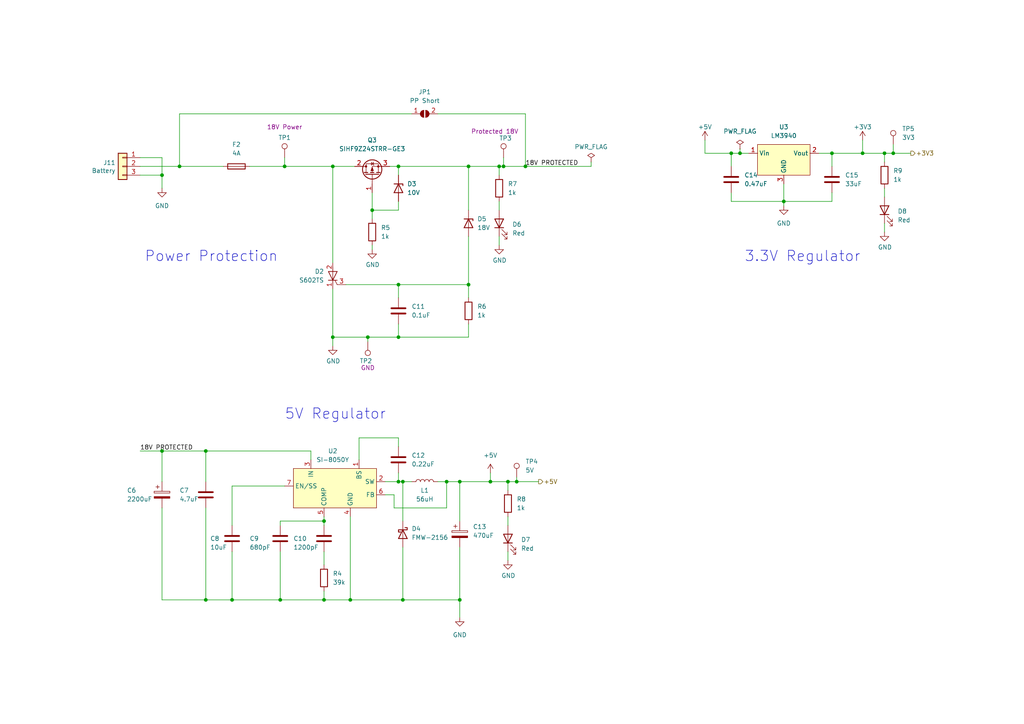
<source format=kicad_sch>
(kicad_sch (version 20211123) (generator eeschema)
  (paper "A4")
  (lib_symbols
    (symbol "Backpack_buddy_libraries:LM3940"
      (property "Reference" "U" (at 0 2.54 0))
      (property "Value" "LM3940" (at 0 0 0))
      (symbol "LM3940_0_1"
        (rectangle (start -7.62 -1.27) (end 7.62 -10.16) (fill (type background)))
      )
      (symbol "LM3940_1_1"
        (pin power_in line (at -10.16 -3.81 0) (length 2.54) (name "Vin") (number "1"))
        (pin power_out line (at 10.16 -3.81 180) (length 2.54) (name "Vout") (number "2"))
        (pin power_in line (at 0 -12.7 90) (length 2.54) (name "GND") (number "3"))
      )
    )
    (symbol "Backpack_buddy_libraries:SI-8050Y"
      (property "Reference" "U" (at 0 2.54 0))
      (property "Value" "SI-8050Y" (at 0 0 0))
      (symbol "SI-8050Y_0_1"
        (rectangle (start -11.43 -3.81) (end 12.7 -15.24) (fill (type background)))
      )
      (symbol "SI-8050Y_1_1"
        (pin output line (at 7.62 -1.27 270) (length 2.54) (name "BS") (number "1"))
        (pin power_out line (at 15.24 -7.62 180) (length 2.54) (name "SW") (number "2"))
        (pin power_in line (at -6.35 -1.27 270) (length 2.54) (name "IN") (number "3"))
        (pin power_in line (at 5.08 -17.78 90) (length 2.54) (name "GND") (number "4"))
        (pin output line (at -2.54 -17.78 90) (length 2.54) (name "COMP") (number "5"))
        (pin passive line (at 15.24 -11.43 180) (length 2.54) (name "FB") (number "6"))
        (pin passive line (at -13.97 -8.89 0) (length 2.54) (name "EN/SS") (number "7"))
      )
    )
    (symbol "Connector:TestPoint" (pin_numbers hide) (pin_names (offset 0.762) hide)
      (property "Reference" "TP" (at 0 6.858 0))
      (property "Value" "TestPoint" (at 0 5.08 0))
      (symbol "TestPoint_0_1"
        (circle (center 0 3.302) (radius 0.762))
      )
      (symbol "TestPoint_1_1"
        (pin passive line (at 0 0 90) (length 2.54) (name "1") (number "1"))
      )
    )
    (symbol "Connector_Generic:Conn_01x03" (pin_names (offset 1.016) hide)
      (property "Reference" "J" (at 0 5.08 0))
      (property "Value" "Conn_01x03" (at 0 -5.08 0))
      (symbol "Conn_01x03_1_1"
        (rectangle (start -1.27 -2.413) (end 0 -2.667) (stroke (width 0.1524)))
        (rectangle (start -1.27 0.127) (end 0 -0.127) (stroke (width 0.1524)))
        (rectangle (start -1.27 2.667) (end 0 2.413) (stroke (width 0.1524)))
        (rectangle (start -1.27 3.81) (end 1.27 -3.81) (stroke (width 0.254)) (fill (type background)))
        (pin passive line (at -5.08 2.54 0) (length 3.81) (name "Pin_1") (number "1"))
        (pin passive line (at -5.08 0 0) (length 3.81) (name "Pin_2") (number "2"))
        (pin passive line (at -5.08 -2.54 0) (length 3.81) (name "Pin_3") (number "3"))
      )
    )
    (symbol "Device:C" (pin_numbers hide) (pin_names (offset 0.254))
      (property "Reference" "C" (at 0.635 2.54 0))
      (property "Value" "C" (at 0.635 -2.54 0))
      (symbol "C_0_1"
        (polyline (pts (xy -2.032 -0.762) (xy 2.032 -0.762)) (stroke (width 0.508)))
        (polyline (pts (xy -2.032 0.762) (xy 2.032 0.762)) (stroke (width 0.508)))
      )
      (symbol "C_1_1"
        (pin passive line (at 0 3.81 270) (length 2.794) (name "~") (number "1"))
        (pin passive line (at 0 -3.81 90) (length 2.794) (name "~") (number "2"))
      )
    )
    (symbol "Device:C_Polarized" (pin_numbers hide) (pin_names (offset 0.254))
      (property "Reference" "C" (at 0.635 2.54 0))
      (property "Value" "C_Polarized" (at 0.635 -2.54 0))
      (symbol "C_Polarized_0_1"
        (rectangle (start -2.286 0.508) (end 2.286 1.016))
        (polyline (pts (xy -1.778 2.286) (xy -0.762 2.286)))
        (polyline (pts (xy -1.27 2.794) (xy -1.27 1.778)))
        (rectangle (start 2.286 -0.508) (end -2.286 -1.016) (fill (type outline)))
      )
      (symbol "C_Polarized_1_1"
        (pin passive line (at 0 3.81 270) (length 2.794) (name "~") (number "1"))
        (pin passive line (at 0 -3.81 90) (length 2.794) (name "~") (number "2"))
      )
    )
    (symbol "Device:D_Schottky" (pin_numbers hide) (pin_names (offset 1.016) hide)
      (property "Reference" "D" (at 0 2.54 0))
      (property "Value" "D_Schottky" (at 0 -2.54 0))
      (symbol "D_Schottky_0_1"
        (polyline (pts (xy 1.27 0) (xy -1.27 0)))
        (polyline (pts (xy 1.27 1.27) (xy 1.27 -1.27) (xy -1.27 0) (xy 1.27 1.27)) (stroke (width 0.254)))
        (polyline (pts (xy -1.905 0.635) (xy -1.905 1.27) (xy -1.27 1.27) (xy -1.27 -1.27) (xy -0.635 -1.27) (xy -0.635 -0.635)) (stroke (width 0.254)))
      )
      (symbol "D_Schottky_1_1"
        (pin passive line (at -3.81 0 0) (length 2.54) (name "K") (number "1"))
        (pin passive line (at 3.81 0 180) (length 2.54) (name "A") (number "2"))
      )
    )
    (symbol "Device:D_Zener" (pin_numbers hide) (pin_names (offset 1.016) hide)
      (property "Reference" "D" (at 0 2.54 0))
      (property "Value" "D_Zener" (at 0 -2.54 0))
      (symbol "D_Zener_0_1"
        (polyline (pts (xy 1.27 0) (xy -1.27 0)))
        (polyline (pts (xy -1.27 -1.27) (xy -1.27 1.27) (xy -0.762 1.27)) (stroke (width 0.254)))
        (polyline (pts (xy 1.27 -1.27) (xy 1.27 1.27) (xy -1.27 0) (xy 1.27 -1.27)) (stroke (width 0.254)))
      )
      (symbol "D_Zener_1_1"
        (pin passive line (at -3.81 0 0) (length 2.54) (name "K") (number "1"))
        (pin passive line (at 3.81 0 180) (length 2.54) (name "A") (number "2"))
      )
    )
    (symbol "Device:Fuse" (pin_numbers hide) (pin_names (offset 0))
      (property "Reference" "F" (at 2.032 0 90))
      (property "Value" "Fuse" (at -1.905 0 90))
      (symbol "Fuse_0_1"
        (rectangle (start -0.762 -2.54) (end 0.762 2.54) (stroke (width 0.254)))
        (polyline (pts (xy 0 2.54) (xy 0 -2.54)))
      )
      (symbol "Fuse_1_1"
        (pin passive line (at 0 3.81 270) (length 1.27) (name "~") (number "1"))
        (pin passive line (at 0 -3.81 90) (length 1.27) (name "~") (number "2"))
      )
    )
    (symbol "Device:L" (pin_numbers hide) (pin_names (offset 1.016) hide)
      (property "Reference" "L" (at -1.27 0 90))
      (property "Value" "L" (at 1.905 0 90))
      (symbol "L_0_1"
        (arc (start 0 -2.54) (mid 0.635 -1.905) (end 0 -1.27))
        (arc (start 0 -1.27) (mid 0.635 -0.635) (end 0 0))
        (arc (start 0 0) (mid 0.635 0.635) (end 0 1.27))
        (arc (start 0 1.27) (mid 0.635 1.905) (end 0 2.54))
      )
      (symbol "L_1_1"
        (pin passive line (at 0 3.81 270) (length 1.27) (name "1") (number "1"))
        (pin passive line (at 0 -3.81 90) (length 1.27) (name "2") (number "2"))
      )
    )
    (symbol "Device:LED" (pin_numbers hide) (pin_names (offset 1.016) hide)
      (property "Reference" "D" (at 0 2.54 0))
      (property "Value" "LED" (at 0 -2.54 0))
      (symbol "LED_0_1"
        (polyline (pts (xy -1.27 -1.27) (xy -1.27 1.27)) (stroke (width 0.254)))
        (polyline (pts (xy -1.27 0) (xy 1.27 0)))
        (polyline (pts (xy 1.27 -1.27) (xy 1.27 1.27) (xy -1.27 0) (xy 1.27 -1.27)) (stroke (width 0.254)))
        (polyline (pts (xy -3.048 -0.762) (xy -4.572 -2.286) (xy -3.81 -2.286) (xy -4.572 -2.286) (xy -4.572 -1.524)))
        (polyline (pts (xy -1.778 -0.762) (xy -3.302 -2.286) (xy -2.54 -2.286) (xy -3.302 -2.286) (xy -3.302 -1.524)))
      )
      (symbol "LED_1_1"
        (pin passive line (at -3.81 0 0) (length 2.54) (name "K") (number "1"))
        (pin passive line (at 3.81 0 180) (length 2.54) (name "A") (number "2"))
      )
    )
    (symbol "Device:Q_PMOS_GDS" (pin_names (offset 0) hide)
      (property "Reference" "Q" (at 5.08 1.27 0))
      (property "Value" "Q_PMOS_GDS" (at 5.08 -1.27 0))
      (symbol "Q_PMOS_GDS_0_1"
        (polyline (pts (xy 0.254 0) (xy -2.54 0)))
        (polyline (pts (xy 0.254 1.905) (xy 0.254 -1.905)) (stroke (width 0.254)))
        (polyline (pts (xy 0.762 -1.27) (xy 0.762 -2.286)) (stroke (width 0.254)))
        (polyline (pts (xy 0.762 0.508) (xy 0.762 -0.508)) (stroke (width 0.254)))
        (polyline (pts (xy 0.762 2.286) (xy 0.762 1.27)) (stroke (width 0.254)))
        (polyline (pts (xy 2.54 2.54) (xy 2.54 1.778)))
        (polyline (pts (xy 2.54 -2.54) (xy 2.54 0) (xy 0.762 0)))
        (polyline (pts (xy 0.762 1.778) (xy 3.302 1.778) (xy 3.302 -1.778) (xy 0.762 -1.778)))
        (polyline (pts (xy 2.286 0) (xy 1.27 0.381) (xy 1.27 -0.381) (xy 2.286 0)) (fill (type outline)))
        (polyline (pts (xy 2.794 -0.508) (xy 2.921 -0.381) (xy 3.683 -0.381) (xy 3.81 -0.254)))
        (polyline (pts (xy 3.302 -0.381) (xy 2.921 0.254) (xy 3.683 0.254) (xy 3.302 -0.381)))
        (circle (center 1.651 0) (radius 2.794) (stroke (width 0.254)))
        (circle (center 2.54 -1.778) (radius 0.254) (fill (type outline)))
        (circle (center 2.54 1.778) (radius 0.254) (fill (type outline)))
      )
      (symbol "Q_PMOS_GDS_1_1"
        (pin input line (at -5.08 0 0) (length 2.54) (name "G") (number "1"))
        (pin passive line (at 2.54 5.08 270) (length 2.54) (name "D") (number "2"))
        (pin passive line (at 2.54 -5.08 90) (length 2.54) (name "S") (number "3"))
      )
    )
    (symbol "Device:Q_SCR_KAG" (pin_names (offset 0) hide)
      (property "Reference" "D" (at 1.905 0.635 0))
      (property "Value" "Q_SCR_KAG" (at 1.905 -1.27 0))
      (symbol "Q_SCR_KAG_0_1"
        (polyline (pts (xy -1.27 -2.54) (xy -0.635 -1.27)))
        (polyline (pts (xy -1.27 -1.27) (xy 1.27 -1.27)) (stroke (width 0.2032)))
        (polyline (pts (xy 0 -2.54) (xy 0 2.54)))
        (polyline (pts (xy -1.27 1.27) (xy 1.27 1.27) (xy 0 -1.27) (xy -1.27 1.27)) (stroke (width 0.2032)))
      )
      (symbol "Q_SCR_KAG_1_1"
        (pin passive line (at 0 -3.81 90) (length 2.54) (name "K") (number "1"))
        (pin passive line (at 0 3.81 270) (length 2.54) (name "A") (number "2"))
        (pin input line (at -3.81 -2.54 0) (length 2.54) (name "G") (number "3"))
      )
    )
    (symbol "Device:R" (pin_numbers hide) (pin_names (offset 0))
      (property "Reference" "R" (at 2.032 0 90))
      (property "Value" "R" (at 0 0 90))
      (symbol "R_0_1"
        (rectangle (start -1.016 -2.54) (end 1.016 2.54) (stroke (width 0.254)))
      )
      (symbol "R_1_1"
        (pin passive line (at 0 3.81 270) (length 1.27) (name "~") (number "1"))
        (pin passive line (at 0 -3.81 90) (length 1.27) (name "~") (number "2"))
      )
    )
    (symbol "Jumper:SolderJumper_2_Open" (pin_names (offset 0) hide)
      (property "Reference" "JP" (at 0 2.032 0))
      (property "Value" "SolderJumper_2_Open" (at 0 -2.54 0))
      (symbol "SolderJumper_2_Open_0_1"
        (arc (start -0.254 1.016) (mid -1.27 0) (end -0.254 -1.016))
        (arc (start -0.254 1.016) (mid -1.27 0) (end -0.254 -1.016) (fill (type outline)))
        (polyline (pts (xy -0.254 1.016) (xy -0.254 -1.016)))
        (polyline (pts (xy 0.254 1.016) (xy 0.254 -1.016)))
        (arc (start 0.254 -1.016) (mid 1.27 0) (end 0.254 1.016))
        (arc (start 0.254 -1.016) (mid 1.27 0) (end 0.254 1.016) (fill (type outline)))
      )
      (symbol "SolderJumper_2_Open_1_1"
        (pin passive line (at -3.81 0 0) (length 2.54) (name "A") (number "1"))
        (pin passive line (at 3.81 0 180) (length 2.54) (name "B") (number "2"))
      )
    )
    (symbol "power:+3V3" (power) (pin_names (offset 0))
      (property "Value" "+3V3" (at 0 3.556 0))
      (symbol "+3V3_0_1"
        (polyline (pts (xy -0.762 1.27) (xy 0 2.54)))
        (polyline (pts (xy 0 0) (xy 0 2.54)))
        (polyline (pts (xy 0 2.54) (xy 0.762 1.27)))
      )
      (symbol "+3V3_1_1"
        (pin power_in line (at 0 0 90) (length 0) hide (name "+3V3") (number "1"))
      )
    )
    (symbol "power:+5V" (power) (pin_names (offset 0))
      (property "Value" "+5V" (at 0 3.556 0))
      (symbol "+5V_0_1"
        (polyline (pts (xy -0.762 1.27) (xy 0 2.54)))
        (polyline (pts (xy 0 0) (xy 0 2.54)))
        (polyline (pts (xy 0 2.54) (xy 0.762 1.27)))
      )
      (symbol "+5V_1_1"
        (pin power_in line (at 0 0 90) (length 0) hide (name "+5V") (number "1"))
      )
    )
    (symbol "power:GND" (power) (pin_names (offset 0))
      (property "Value" "GND" (at 0 -3.81 0))
      (symbol "GND_0_1"
        (polyline (pts (xy 0 0) (xy 0 -1.27) (xy 1.27 -1.27) (xy 0 -2.54) (xy -1.27 -1.27) (xy 0 -1.27)))
      )
      (symbol "GND_1_1"
        (pin power_in line (at 0 0 270) (length 0) hide (name "GND") (number "1"))
      )
    )
    (symbol "power:PWR_FLAG" (power) (pin_numbers hide) (pin_names (offset 0) hide)
      (property "Value" "PWR_FLAG" (at 0 3.81 0))
      (symbol "PWR_FLAG_0_0"
        (pin power_out line (at 0 0 90) (length 0) (name "pwr") (number "1"))
      )
      (symbol "PWR_FLAG_0_1"
        (polyline (pts (xy 0 0) (xy 0 1.27) (xy -1.016 1.905) (xy 0 2.54) (xy 1.016 1.905) (xy 0 1.27)))
      )
    )
  )
  (junction (at 227.33 58.42))
  (junction (at 46.99 130.81))
  (junction (at 93.98 173.99))
  (junction (at 101.6 173.99))
  (junction (at 212.09 44.45))
  (junction (at 152.4 48.26))
  (junction (at 115.57 82.55))
  (junction (at 250.19 44.45))
  (junction (at 142.24 139.7))
  (junction (at 115.57 139.7))
  (junction (at 107.95 60.96))
  (junction (at 115.57 48.26))
  (junction (at 129.54 139.7))
  (junction (at 96.52 97.79))
  (junction (at 82.55 48.26))
  (junction (at 59.69 130.81))
  (junction (at 214.63 44.45))
  (junction (at 135.89 82.55))
  (junction (at 52.07 48.26))
  (junction (at 147.32 139.7))
  (junction (at 146.05 48.26))
  (junction (at 116.84 173.99))
  (junction (at 135.89 48.26))
  (junction (at 256.54 44.45))
  (junction (at 96.52 48.26))
  (junction (at 149.86 139.7))
  (junction (at 67.31 173.99))
  (junction (at 133.35 173.99))
  (junction (at 133.35 139.7))
  (junction (at 59.69 173.99))
  (junction (at 93.98 151.13))
  (junction (at 241.3 44.45))
  (junction (at 259.08 44.45))
  (junction (at 46.99 50.8))
  (junction (at 144.78 48.26))
  (junction (at 81.28 173.99))
  (junction (at 106.68 97.79))
  (junction (at 116.84 139.7))
  (junction (at 115.57 97.79))
  (wire (pts (xy 133.35 173.99) (xy 133.35 179.07)))
  (wire (pts (xy 116.84 139.7) (xy 119.38 139.7)))
  (wire (pts (xy 46.99 45.72) (xy 46.99 50.8)))
  (wire (pts (xy 214.63 44.45) (xy 212.09 44.45)))
  (wire (pts (xy 241.3 44.45) (xy 250.19 44.45)))
  (wire (pts (xy 115.57 82.55) (xy 100.33 82.55)))
  (wire (pts (xy 101.6 173.99) (xy 116.84 173.99)))
  (wire (pts (xy 146.05 45.72) (xy 146.05 48.26)))
  (wire (pts (xy 256.54 64.77) (xy 256.54 67.31)))
  (wire (pts (xy 115.57 82.55) (xy 135.89 82.55)))
  (wire (pts (xy 115.57 127) (xy 115.57 129.54)))
  (wire (pts (xy 111.76 143.51) (xy 114.3 143.51)))
  (wire (pts (xy 67.31 152.4) (xy 67.31 140.97)))
  (wire (pts (xy 104.14 133.35) (xy 104.14 127)))
  (wire (pts (xy 259.08 44.45) (xy 264.16 44.45)))
  (wire (pts (xy 40.64 50.8) (xy 46.99 50.8)))
  (wire (pts (xy 81.28 160.02) (xy 81.28 173.99)))
  (wire (pts (xy 256.54 54.61) (xy 256.54 57.15)))
  (wire (pts (xy 152.4 48.26) (xy 171.45 48.26)))
  (wire (pts (xy 250.19 44.45) (xy 256.54 44.45)))
  (wire (pts (xy 212.09 44.45) (xy 212.09 48.26)))
  (wire (pts (xy 59.69 130.81) (xy 59.69 139.7)))
  (wire (pts (xy 59.69 173.99) (xy 67.31 173.99)))
  (wire (pts (xy 152.4 33.02) (xy 127 33.02)))
  (wire (pts (xy 59.69 147.32) (xy 59.69 173.99)))
  (wire (pts (xy 107.95 72.39) (xy 107.95 71.12)))
  (wire (pts (xy 104.14 127) (xy 115.57 127)))
  (wire (pts (xy 142.24 139.7) (xy 142.24 137.16)))
  (wire (pts (xy 114.3 147.32) (xy 129.54 147.32)))
  (wire (pts (xy 96.52 97.79) (xy 106.68 97.79)))
  (wire (pts (xy 135.89 48.26) (xy 135.89 60.96)))
  (wire (pts (xy 256.54 44.45) (xy 256.54 46.99)))
  (wire (pts (xy 113.03 48.26) (xy 115.57 48.26)))
  (wire (pts (xy 106.68 99.06) (xy 106.68 97.79)))
  (wire (pts (xy 129.54 139.7) (xy 133.35 139.7)))
  (wire (pts (xy 52.07 33.02) (xy 52.07 48.26)))
  (wire (pts (xy 135.89 93.98) (xy 135.89 97.79)))
  (wire (pts (xy 46.99 50.8) (xy 46.99 54.61)))
  (wire (pts (xy 107.95 55.88) (xy 107.95 60.96)))
  (wire (pts (xy 256.54 44.45) (xy 259.08 44.45)))
  (wire (pts (xy 133.35 158.75) (xy 133.35 173.99)))
  (wire (pts (xy 101.6 149.86) (xy 101.6 173.99)))
  (wire (pts (xy 115.57 139.7) (xy 116.84 139.7)))
  (wire (pts (xy 115.57 58.42) (xy 115.57 60.96)))
  (wire (pts (xy 259.08 44.45) (xy 259.08 41.91)))
  (wire (pts (xy 147.32 139.7) (xy 142.24 139.7)))
  (wire (pts (xy 93.98 149.86) (xy 93.98 151.13)))
  (wire (pts (xy 81.28 151.13) (xy 93.98 151.13)))
  (wire (pts (xy 115.57 93.98) (xy 115.57 97.79)))
  (wire (pts (xy 116.84 139.7) (xy 116.84 151.13)))
  (wire (pts (xy 93.98 173.99) (xy 101.6 173.99)))
  (wire (pts (xy 135.89 48.26) (xy 115.57 48.26)))
  (wire (pts (xy 96.52 83.82) (xy 96.52 97.79)))
  (wire (pts (xy 96.52 97.79) (xy 96.52 100.33)))
  (wire (pts (xy 135.89 68.58) (xy 135.89 82.55)))
  (wire (pts (xy 81.28 151.13) (xy 81.28 152.4)))
  (wire (pts (xy 46.99 130.81) (xy 40.64 130.81)))
  (wire (pts (xy 227.33 58.42) (xy 241.3 58.42)))
  (wire (pts (xy 107.95 60.96) (xy 107.95 63.5)))
  (wire (pts (xy 96.52 48.26) (xy 102.87 48.26)))
  (wire (pts (xy 241.3 48.26) (xy 241.3 44.45)))
  (wire (pts (xy 204.47 40.64) (xy 204.47 44.45)))
  (wire (pts (xy 149.86 139.7) (xy 147.32 139.7)))
  (wire (pts (xy 46.99 173.99) (xy 59.69 173.99)))
  (wire (pts (xy 46.99 130.81) (xy 46.99 139.7)))
  (wire (pts (xy 40.64 45.72) (xy 46.99 45.72)))
  (wire (pts (xy 129.54 147.32) (xy 129.54 139.7)))
  (wire (pts (xy 59.69 130.81) (xy 90.17 130.81)))
  (wire (pts (xy 67.31 173.99) (xy 67.31 160.02)))
  (wire (pts (xy 133.35 139.7) (xy 133.35 151.13)))
  (wire (pts (xy 67.31 140.97) (xy 82.55 140.97)))
  (wire (pts (xy 82.55 45.72) (xy 82.55 48.26)))
  (wire (pts (xy 119.38 33.02) (xy 52.07 33.02)))
  (wire (pts (xy 144.78 48.26) (xy 144.78 50.8)))
  (wire (pts (xy 93.98 151.13) (xy 93.98 152.4)))
  (wire (pts (xy 212.09 55.88) (xy 212.09 58.42)))
  (wire (pts (xy 250.19 44.45) (xy 250.19 40.64)))
  (wire (pts (xy 171.45 48.26) (xy 171.45 46.99)))
  (wire (pts (xy 144.78 58.42) (xy 144.78 60.96)))
  (wire (pts (xy 149.86 139.7) (xy 156.21 139.7)))
  (wire (pts (xy 241.3 58.42) (xy 241.3 55.88)))
  (wire (pts (xy 93.98 171.45) (xy 93.98 173.99)))
  (wire (pts (xy 133.35 173.99) (xy 116.84 173.99)))
  (wire (pts (xy 147.32 149.86) (xy 147.32 152.4)))
  (wire (pts (xy 81.28 173.99) (xy 93.98 173.99)))
  (wire (pts (xy 115.57 86.36) (xy 115.57 82.55)))
  (wire (pts (xy 46.99 147.32) (xy 46.99 173.99)))
  (wire (pts (xy 212.09 58.42) (xy 227.33 58.42)))
  (wire (pts (xy 133.35 139.7) (xy 142.24 139.7)))
  (wire (pts (xy 52.07 48.26) (xy 64.77 48.26)))
  (wire (pts (xy 46.99 130.81) (xy 59.69 130.81)))
  (wire (pts (xy 144.78 68.58) (xy 144.78 71.12)))
  (wire (pts (xy 147.32 139.7) (xy 147.32 142.24)))
  (wire (pts (xy 212.09 44.45) (xy 204.47 44.45)))
  (wire (pts (xy 115.57 48.26) (xy 115.57 50.8)))
  (wire (pts (xy 227.33 58.42) (xy 227.33 59.69)))
  (wire (pts (xy 82.55 48.26) (xy 96.52 48.26)))
  (wire (pts (xy 115.57 97.79) (xy 135.89 97.79)))
  (wire (pts (xy 72.39 48.26) (xy 82.55 48.26)))
  (wire (pts (xy 93.98 160.02) (xy 93.98 163.83)))
  (wire (pts (xy 115.57 137.16) (xy 115.57 139.7)))
  (wire (pts (xy 227.33 53.34) (xy 227.33 58.42)))
  (wire (pts (xy 116.84 173.99) (xy 116.84 158.75)))
  (wire (pts (xy 152.4 33.02) (xy 152.4 48.26)))
  (wire (pts (xy 114.3 143.51) (xy 114.3 147.32)))
  (wire (pts (xy 149.86 138.43) (xy 149.86 139.7)))
  (wire (pts (xy 214.63 43.18) (xy 214.63 44.45)))
  (wire (pts (xy 147.32 160.02) (xy 147.32 162.56)))
  (wire (pts (xy 144.78 48.26) (xy 146.05 48.26)))
  (wire (pts (xy 146.05 48.26) (xy 152.4 48.26)))
  (wire (pts (xy 106.68 97.79) (xy 115.57 97.79)))
  (wire (pts (xy 107.95 60.96) (xy 115.57 60.96)))
  (wire (pts (xy 217.17 44.45) (xy 214.63 44.45)))
  (wire (pts (xy 90.17 133.35) (xy 90.17 130.81)))
  (wire (pts (xy 135.89 82.55) (xy 135.89 86.36)))
  (wire (pts (xy 135.89 48.26) (xy 144.78 48.26)))
  (wire (pts (xy 237.49 44.45) (xy 241.3 44.45)))
  (wire (pts (xy 96.52 76.2) (xy 96.52 48.26)))
  (wire (pts (xy 40.64 48.26) (xy 52.07 48.26)))
  (wire (pts (xy 67.31 173.99) (xy 81.28 173.99)))
  (wire (pts (xy 111.76 139.7) (xy 115.57 139.7)))
  (wire (pts (xy 127 139.7) (xy 129.54 139.7)))
  (text "5V Regulator" (at 82.55 121.92 0) (effects (font (size 3 3)) (justify left bottom)))
  (text "Power Protection" (at 41.91 76.2 0) (effects (font (size 3 3)) (justify left bottom)))
  (text "3.3V Regulator" (at 215.9 76.2 0) (effects (font (size 3 3)) (justify left bottom)))
  (label "18V PROTECTED" (at 40.64 130.81 0))
  (label "18V PROTECTED" (at 152.4 48.26 0))
  (hierarchical_label "+3V3" (shape output) (at 264.16 44.45 0))
  (hierarchical_label "+5V" (shape output) (at 156.21 139.7 0))
  (symbol (lib_id "power:+3V3") (at 250.19 40.64 0) (unit 1)
    (property "Reference" "#PWR039" (effects hide))
    (property "Value" "+3V3" (at 250.19 36.83 0))
  )
  (symbol (lib_id "Device:C") (at 212.09 52.07 0) (unit 1)
    (property "Reference" "C14" (at 215.9 50.7999 0) (effects (justify left)))
    (property "Value" "0.47uF" (at 215.9 53.3399 0) (effects (justify left)))
    (property "Footprint" "Capacitor_SMD:C_0603_1608Metric_Pad1.08x0.95mm_HandSolder" (effects hide))
    (property "MPN" "CAP CER 0.47UF 16V X7R 0603" (effects hide))
    (property "Stock" "https://www.digikey.com/en/products/detail/kemet/C0603X474J4RACAUTO/9925099?utm_adgroup=Ceramic%20Capacitors&utm_source=google&utm_medium=cpc&utm_campaign=Shopping_Product_Capacitors_NEW&utm_term=&utm_content=Ceramic%20Capacitors" (effects hide))
  )
  (symbol (lib_id "Device:R") (at 107.95 67.31 0) (unit 1)
    (property "Reference" "R5" (at 110.49 66.0399 0) (effects (justify left)))
    (property "Value" "1k" (at 110.49 68.5799 0) (effects (justify left)))
    (property "Footprint" "Resistor_SMD:R_0603_1608Metric_Pad0.98x0.95mm_HandSolder" (effects hide))
    (property "MPN" "RES SMD 1K OHM 1% 1/8W 0603" (effects hide))
    (property "Stock" "https://www.digikey.com/en/products/detail/stackpole-electronics-inc/RNCP0603FTD1K00/2240106" (effects hide))
  )
  (symbol (lib_id "Connector_Generic:Conn_01x03") (at 35.56 48.26 0) (mirror y) (unit 1)
    (property "Reference" "J11" (at 33.528 47.1932 0) (effects (justify left)))
    (property "Value" "Battery" (at 33.528 49.5046 0) (effects (justify left)))
    (property "Footprint" "Connector_PinHeader_2.54mm:PinHeader_1x03_P2.54mm_Vertical" (effects hide))
    (property "Note" "Battery Input" (effects hide))
    (property "Stock" "In connector kit" (effects hide))
  )
  (symbol (lib_id "Device:L") (at 123.19 139.7 90) (unit 1)
    (property "Reference" "L1" (at 123.19 142.24 90))
    (property "Value" "56uH" (at 123.19 144.78 90))
    (property "Footprint" "BackpackBuddyFootprintLibrary:Inductor_IHLP6767GZER560M11" (effects hide))
    (property "Datasheet" "https://www.vishay.com/docs/34282/ihlp-6767gz-11.pdf" (effects hide))
    (property "Stock" "https://www.digikey.com/en/products/detail/vishay-dale/IHLP6767GZER560M11/2139396" (effects hide))
    (property "MPN" "FIXED IND 56UH 7.2A 57.8MOHM SMD" (effects hide))
  )
  (symbol (lib_id "power:GND") (at 256.54 67.31 0) (unit 1)
    (property "Reference" "#PWR040" (effects hide))
    (property "Value" "GND" (at 256.667 71.7042 0))
  )
  (symbol (lib_id "Connector:TestPoint") (at 106.68 99.06 180) (unit 1)
    (property "Reference" "TP2" (at 107.95 105.41 0) (effects (justify left top)))
    (property "Value" "GND" (effects hide))
    (property "Footprint" "TestPoint:TestPoint_THTPad_D1.0mm_Drill0.5mm" (effects hide))
    (property "Note" "GND" (at 106.68 106.68 0))
    (property "Stock" "N/A" (effects hide))
  )
  (symbol (lib_id "Connector:TestPoint") (at 149.86 138.43 0) (unit 1)
    (property "Reference" "TP4" (at 152.4 133.8579 0) (effects (justify left)))
    (property "Value" "5V" (at 152.4 136.3979 0) (effects (justify left)))
    (property "Footprint" "TestPoint:TestPoint_THTPad_D1.0mm_Drill0.5mm" (effects hide))
    (property "Stock" "N/A" (effects hide))
  )
  (symbol (lib_id "power:GND") (at 46.99 54.61 0) (unit 1)
    (property "Reference" "#PWR029" (effects hide))
    (property "Value" "GND" (at 46.99 59.69 0))
  )
  (symbol (lib_id "power:GND") (at 227.33 59.69 0) (unit 1)
    (property "Reference" "#PWR038" (effects hide))
    (property "Value" "GND" (at 227.33 64.77 0))
  )
  (symbol (lib_id "power:GND") (at 147.32 162.56 0) (unit 1)
    (property "Reference" "#PWR035" (effects hide))
    (property "Value" "GND" (at 147.447 166.9542 0))
  )
  (symbol (lib_id "Device:C") (at 81.28 156.21 0) (unit 1)
    (property "Reference" "C9" (at 72.39 156.21 0) (effects (justify left)))
    (property "Value" "680pF" (at 72.39 158.75 0) (effects (justify left)))
    (property "Footprint" "Capacitor_SMD:C_0805_2012Metric_Pad1.18x1.45mm_HandSolder" (effects hide))
    (property "MPN" "CAP CER 680PF 200V X7R 0805" (effects hide))
    (property "Stock" "https://www.digikey.com/en/products/detail/kyocera-avx/08052C681JAT2A/6797364?utm_adgroup=Capacitors&utm_source=google&utm_medium=cpc&utm_campaign=Shopping_Supplier_AVX%20Corporation&utm_term=&utm_content=Capacitors" (effects hide))
  )
  (symbol (lib_id "Device:R") (at 144.78 54.61 0) (unit 1)
    (property "Reference" "R7" (at 147.32 53.3399 0) (effects (justify left)))
    (property "Value" "1k" (at 147.32 55.8799 0) (effects (justify left)))
    (property "Footprint" "Resistor_SMD:R_0603_1608Metric_Pad0.98x0.95mm_HandSolder" (effects hide))
    (property "MPN" "RES SMD 1K OHM 1% 1/8W 0603" (effects hide))
    (property "Stock" "https://www.digikey.com/en/products/detail/stackpole-electronics-inc/RNCP0603FTD1K00/2240106" (effects hide))
  )
  (symbol (lib_id "Connector:TestPoint") (at 82.55 45.72 0) (unit 1)
    (property "Reference" "TP1" (at 82.55 40.64 0) (effects (justify bottom)))
    (property "Value" "9V Unprotected" (effects hide))
    (property "Footprint" "TestPoint:TestPoint_THTPad_D1.0mm_Drill0.5mm" (effects hide))
    (property "Note" "18V Power" (at 82.55 36.83 0))
    (property "Stock" "N/A" (effects hide))
  )
  (symbol (lib_id "Device:C") (at 67.31 156.21 0) (unit 1)
    (property "Reference" "C8" (at 60.96 156.21 0) (effects (justify left)))
    (property "Value" "10uF" (at 60.96 158.75 0) (effects (justify left)))
    (property "Footprint" "Capacitor_SMD:C_0805_2012Metric_Pad1.18x1.45mm_HandSolder" (effects hide))
    (property "MPN" "CAP CER 10UF 25V X5R 0805" (effects hide))
    (property "Stock" "https://www.digikey.com/en/products/detail/kyocera-avx/08053D106KAT4A/12153448?utm_adgroup=Capacitors&utm_source=google&utm_medium=cpc&utm_campaign=Shopping_Supplier_AVX%20Corporation&utm_term=&utm_content=Capacitors" (effects hide))
  )
  (symbol (lib_id "Device:D_Schottky") (at 116.84 154.94 270) (unit 1)
    (property "Reference" "D4" (at 119.38 153.3524 90) (effects (justify left)))
    (property "Value" "FMW-2156" (at 119.38 155.8924 90) (effects (justify left)))
    (property "Footprint" "Package_TO_SOT_THT:TO-220-3_Vertical" (effects hide))
    (property "Note" "Low stock!" (effects hide))
    (property "MPN" "FMW-2156" (effects hide))
    (property "Stock" "https://www.digikey.com/en/products/detail/sanken/FMW-2156/4289279" (effects hide))
  )
  (symbol (lib_id "Device:Q_SCR_KAG") (at 96.52 80.01 0) (mirror y) (unit 1)
    (property "Reference" "D2" (at 93.98 78.7399 0) (effects (justify left)))
    (property "Value" "S602TS" (at 93.98 81.2799 0) (effects (justify left)))
    (property "Footprint" "Package_TO_SOT_SMD:SOT-223-3_TabPin2" (effects hide))
    (property "Datasheet" "https://www.littelfuse.com/~/media/electronics/datasheets/switching_thyristors/littelfuse_thyristor_sx02xs_datasheet.pdf.pdf" (effects hide))
    (property "MPN" "S602TSRP" (effects hide))
    (property "Stock" "https://www.digikey.com/en/products/detail/littelfuse-inc/S602TSRP/1212637?utm_adgroup=Semiconductor%20Modules&utm_source=google&utm_medium=cpc&utm_campaign=Dynamic%20Search_EN_Product&utm_term=&utm_content=Semiconductor%20Modules" (effects hide))
  )
  (symbol (lib_id "Device:R") (at 256.54 50.8 0) (unit 1)
    (property "Reference" "R9" (at 259.08 49.5299 0) (effects (justify left)))
    (property "Value" "1k" (at 259.08 52.0699 0) (effects (justify left)))
    (property "Footprint" "Resistor_SMD:R_0603_1608Metric_Pad0.98x0.95mm_HandSolder" (effects hide))
    (property "MPN" "RES SMD 1K OHM 1% 1/8W 0603" (effects hide))
    (property "Stock" "https://www.digikey.com/en/products/detail/stackpole-electronics-inc/RNCP0603FTD1K00/2240106" (effects hide))
  )
  (symbol (lib_id "power:PWR_FLAG") (at 171.45 46.99 0) (unit 1)
    (property "Reference" "#FLG02" (effects hide))
    (property "Value" "PWR_FLAG" (at 171.45 42.5958 0))
  )
  (symbol (lib_id "Device:D_Zener") (at 115.57 54.61 270) (unit 1)
    (property "Reference" "D3" (at 118.11 53.3399 90) (effects (justify left)))
    (property "Value" "10V" (at 118.11 55.8799 90) (effects (justify left)))
    (property "Footprint" "Diode_SMD:D_SOD-123F" (effects hide))
    (property "Datasheet" "https://assets.nexperia.com/documents/data-sheet/NZH_SER.pdf" (effects hide))
    (property "MPN" "NZH10C" (effects hide))
    (property "Stock" "https://www.digikey.com/en/products/detail/nexperia-usa-inc/NZH10C-115/2296361?utm_adgroup=Semiconductor%20Modules&utm_source=google&utm_medium=cpc&utm_campaign=Dynamic%20Search_EN_Product&utm_term=&utm_content=Semiconductor%20Modules" (effects hide))
  )
  (symbol (lib_id "Device:LED") (at 144.78 64.77 90) (unit 1)
    (property "Reference" "D6" (at 148.59 65.0874 90) (effects (justify right)))
    (property "Value" "Red" (at 148.59 67.6274 90) (effects (justify right)))
    (property "Footprint" "LED_SMD:LED_0603_1608Metric_Pad1.05x0.95mm_HandSolder" (effects hide))
    (property "MPN" "LED RED 0603 SMD" (effects hide))
    (property "Stock" "https://www.digikey.com/en/products/detail/rohm-semiconductor/SML-D12U8WT86/1641812?utm_adgroup=Optoelectronics&utm_source=google&utm_medium=cpc&utm_campaign=Shopping_Supplier_Rohm%20Semiconductor_0846_Co-op&utm_term=&utm_content=Optoelectronics" (effects hide))
  )
  (symbol (lib_id "power:+5V") (at 142.24 137.16 0) (unit 1)
    (property "Reference" "#PWR033" (effects hide))
    (property "Value" "+5V" (at 142.24 132.08 0))
  )
  (symbol (lib_id "Device:R") (at 147.32 146.05 0) (unit 1)
    (property "Reference" "R8" (at 149.86 144.7799 0) (effects (justify left)))
    (property "Value" "1k" (at 149.86 147.3199 0) (effects (justify left)))
    (property "Footprint" "Resistor_SMD:R_0603_1608Metric_Pad0.98x0.95mm_HandSolder" (effects hide))
    (property "MPN" "RES SMD 1K OHM 1% 1/8W 0603" (effects hide))
    (property "Stock" "https://www.digikey.com/en/products/detail/stackpole-electronics-inc/RNCP0603FTD1K00/2240106" (effects hide))
  )
  (symbol (lib_id "Device:D_Zener") (at 135.89 64.77 270) (unit 1)
    (property "Reference" "D5" (at 138.43 63.4999 90) (effects (justify left)))
    (property "Value" "18V" (at 138.43 66.0399 90) (effects (justify left)))
    (property "Footprint" "Diode_SMD:D_SOD-123F" (effects hide))
    (property "Datasheet" "https://assets.nexperia.com/documents/data-sheet/NZH_SER.pdf" (effects hide))
    (property "MPN" "NZH18C" (effects hide))
    (property "Stock" "https://www.digikey.com/en/products/detail/nexperia-usa-inc/NZH18C-115/2296367" (effects hide))
  )
  (symbol (lib_id "power:GND") (at 107.95 72.39 0) (unit 1)
    (property "Reference" "#PWR031" (effects hide))
    (property "Value" "GND" (at 108.077 76.7842 0))
  )
  (symbol (lib_id "power:GND") (at 133.35 179.07 0) (unit 1)
    (property "Reference" "#PWR032" (effects hide))
    (property "Value" "GND" (at 133.35 184.15 0))
  )
  (symbol (lib_id "Device:C") (at 115.57 133.35 0) (unit 1)
    (property "Reference" "C12" (at 119.38 132.0799 0) (effects (justify left)))
    (property "Value" "0.22uF" (at 119.38 134.6199 0) (effects (justify left)))
    (property "Footprint" "Capacitor_SMD:C_0603_1608Metric_Pad1.08x0.95mm_HandSolder" (effects hide))
    (property "MPN" "CAP CER 0.22UF 50V X7R 0603" (effects hide))
    (property "Stock" "https://www.digikey.com/en/products/detail/tdk-corporation/C1608X7R1H224K080AB/2732843" (effects hide))
  )
  (symbol (lib_id "Device:R") (at 135.89 90.17 0) (unit 1)
    (property "Reference" "R6" (at 138.43 88.8999 0) (effects (justify left)))
    (property "Value" "1k" (at 138.43 91.4399 0) (effects (justify left)))
    (property "Footprint" "Resistor_SMD:R_0603_1608Metric_Pad0.98x0.95mm_HandSolder" (effects hide))
    (property "MPN" "RES SMD 1K OHM 1% 1/8W 0603" (effects hide))
    (property "Stock" "https://www.digikey.com/en/products/detail/stackpole-electronics-inc/RNCP0603FTD1K00/2240106" (effects hide))
  )
  (symbol (lib_id "Device:C") (at 241.3 52.07 0) (unit 1)
    (property "Reference" "C15" (at 245.11 50.7999 0) (effects (justify left)))
    (property "Value" "33uF" (at 245.11 53.3399 0) (effects (justify left)))
    (property "Footprint" "Capacitor_SMD:C_1206_3216Metric_Pad1.33x1.80mm_HandSolder" (effects hide))
    (property "MPN" "CAP CER 33UF 25V X5R 1206" (effects hide))
    (property "Stock" "https://www.digikey.com/en/products/detail/tdk-corporation/C3216X5R1E336M160AC/2792259" (effects hide))
  )
  (symbol (lib_id "Jumper:SolderJumper_2_Open") (at 123.19 33.02 0) (unit 1)
    (property "Reference" "JP1" (at 123.19 26.67 0))
    (property "Value" "PP Short" (at 123.19 29.21 0))
    (property "Footprint" "Jumper:SolderJumper-2_P1.3mm_Open_RoundedPad1.0x1.5mm" (effects hide))
    (property "Note" "Skip PP" (effects hide))
    (property "Stock" "N/A" (effects hide))
  )
  (symbol (lib_id "Device:C_Polarized") (at 46.99 143.51 0) (unit 1)
    (property "Reference" "C6" (at 36.83 142.24 0) (effects (justify left)))
    (property "Value" "2200uF" (at 36.83 144.78 0) (effects (justify left)))
    (property "Footprint" "Capacitor_THT:CP_Radial_D16.0mm_P7.50mm" (effects hide))
    (property "MPN" "CAP ALUM 2200UF 20% 50V RADIAL" (effects hide))
    (property "Stock" "https://www.digikey.com/en/products/detail/nichicon/UVZ1H222MHD/589087" (effects hide))
  )
  (symbol (lib_id "Connector:TestPoint") (at 146.05 45.72 0) (unit 1)
    (property "Reference" "TP3" (at 144.78 39.37 0) (effects (justify left top)))
    (property "Value" "Protected 9V" (effects hide))
    (property "Footprint" "TestPoint:TestPoint_THTPad_D1.0mm_Drill0.5mm" (effects hide))
    (property "Note" "Protected 18V" (at 143.51 38.1 0))
    (property "Stock" "N/A" (effects hide))
  )
  (symbol (lib_id "power:GND") (at 144.78 71.12 0) (unit 1)
    (property "Reference" "#PWR034" (effects hide))
    (property "Value" "GND" (at 144.907 75.5142 0))
  )
  (symbol (lib_id "Device:C") (at 59.69 143.51 0) (unit 1)
    (property "Reference" "C7" (at 52.07 142.24 0) (effects (justify left)))
    (property "Value" "4.7uF" (at 52.07 144.78 0) (effects (justify left)))
    (property "Footprint" "Capacitor_SMD:C_0805_2012Metric_Pad1.18x1.45mm_HandSolder" (effects hide))
    (property "Stock" "https://www.digikey.com/en/products/detail/samsung-electro-mechanics/CL21A475KBQNNNE/3886906" (effects hide))
    (property "MPN" "CAP CER 4.7UF 50V X5R 0805" (effects hide))
  )
  (symbol (lib_id "power:+5V") (at 204.47 40.64 0) (unit 1)
    (property "Reference" "#PWR037" (effects hide))
    (property "Value" "+5V" (at 204.47 36.83 0))
  )
  (symbol (lib_id "Backpack_buddy_libraries:LM3940") (at 227.33 40.64 0) (unit 1)
    (property "Reference" "U3" (at 227.33 36.83 0))
    (property "Value" "LM3940" (at 227.33 39.37 0))
    (property "Footprint" "Package_TO_SOT_SMD:SOT-223" (effects hide))
    (property "Datasheet" "https://www.ti.com/lit/ds/symlink/lm3940.pdf?HQS=dis-dk-null-digikeymode-dsf-pf-null-wwe&ts=1676759070206&ref_url=https%253A%252F%252Fwww.ti.com%252Fgeneral%252Fdocs%252Fsuppproductinfo.tsp%253FdistId%253D10%2526gotoUrl%253Dhttps%253A%252F%252Fwww.ti.com%252Flit%252Fgpn%252Flm3940" (effects hide))
    (property "MPN" "LM3940" (effects hide))
    (property "Stock" "Ordered!" (effects hide))
  )
  (symbol (lib_id "Connector:TestPoint") (at 259.08 41.91 0) (unit 1)
    (property "Reference" "TP5" (at 261.62 37.3379 0) (effects (justify left)))
    (property "Value" "3V3" (at 261.62 39.8779 0) (effects (justify left)))
    (property "Footprint" "TestPoint:TestPoint_THTPad_D1.0mm_Drill0.5mm" (effects hide))
    (property "Stock" "N/A" (effects hide))
  )
  (symbol (lib_id "power:GND") (at 96.52 100.33 0) (unit 1)
    (property "Reference" "#PWR030" (effects hide))
    (property "Value" "GND" (at 96.647 104.7242 0))
  )
  (symbol (lib_id "power:PWR_FLAG") (at 214.63 43.18 0) (unit 1)
    (property "Reference" "#FLG03" (effects hide))
    (property "Value" "PWR_FLAG" (at 214.63 38.1 0))
  )
  (symbol (lib_id "Device:R") (at 93.98 167.64 0) (unit 1)
    (property "Reference" "R4" (at 96.52 166.3699 0) (effects (justify left)))
    (property "Value" "39k" (at 96.52 168.9099 0) (effects (justify left)))
    (property "Footprint" "Resistor_SMD:R_0603_1608Metric_Pad0.98x0.95mm_HandSolder" (effects hide))
    (property "MPN" "RES SMD 39K OHM 1% 1/10W 0603" (effects hide))
    (property "Stock" "https://www.digikey.com/en/products/detail/yageo/AC0603FR-0739KL/5896077" (effects hide))
  )
  (symbol (lib_id "Device:C") (at 93.98 156.21 0) (unit 1)
    (property "Reference" "C10" (at 85.09 156.21 0) (effects (justify left)))
    (property "Value" "1200pF" (at 85.09 158.75 0) (effects (justify left)))
    (property "Footprint" "Capacitor_SMD:C_0603_1608Metric_Pad1.08x0.95mm_HandSolder" (effects hide))
    (property "MPN" "CAP CER 1200PF 50V NP0 0805" (effects hide))
    (property "Stock" "https://www.digikey.com/en/products/detail/kyocera-avx/08055A122GAT2A/6797399?utm_adgroup=Capacitors&utm_source=google&utm_medium=cpc&utm_campaign=Shopping_Supplier_AVX%20Corporation&utm_term=&utm_content=Capacitors" (effects hide))
  )
  (symbol (lib_id "Device:Q_PMOS_GDS") (at 107.95 50.8 90) (unit 1)
    (property "Reference" "Q3" (at 107.95 40.64 90))
    (property "Value" "SIHF9Z24STRR-GE3" (at 107.95 43.18 90))
    (property "Footprint" "Package_TO_SOT_SMD:TO-263-2" (effects hide))
    (property "Datasheet" "https://www.vishay.com/docs/91091/sihf9z24.pdf" (effects hide))
    (property "MPN" "SIHF9Z24STRR-GE3" (effects hide))
    (property "Note" "Substituted from original" (effects hide))
    (property "Stock" "https://www.digikey.com/en/products/detail/vishay-siliconix/SIHF9Z24STRR-GE3/16397496" (effects hide))
  )
  (symbol (lib_id "Backpack_buddy_libraries:SI-8050Y") (at 96.52 132.08 0) (unit 1)
    (property "Reference" "U2" (at 96.52 130.81 0))
    (property "Value" "SI-8050Y" (at 96.52 133.35 0))
    (property "Footprint" "Package_TO_SOT_THT:TO-220F-7_P2.54x3.7mm_StaggerEven_Lead3.5mm_Vertical" (effects hide))
    (property "Datasheet" "https://www.semicon.sanken-ele.co.jp/sk_content/si-8010y_ds_en.pdf" (effects hide))
    (property "MPN" "SI-8050Y" (effects hide))
    (property "Stock" "Ordered!" (effects hide))
  )
  (symbol (lib_id "Device:LED") (at 256.54 60.96 90) (unit 1)
    (property "Reference" "D8" (at 260.35 61.2774 90) (effects (justify right)))
    (property "Value" "Red" (at 260.35 63.8174 90) (effects (justify right)))
    (property "Footprint" "LED_SMD:LED_0603_1608Metric_Pad1.05x0.95mm_HandSolder" (effects hide))
    (property "MPN" "LED RED 0603 SMD" (effects hide))
    (property "Stock" "https://www.digikey.com/en/products/detail/rohm-semiconductor/SML-D12U8WT86/1641812?utm_adgroup=Optoelectronics&utm_source=google&utm_medium=cpc&utm_campaign=Shopping_Supplier_Rohm%20Semiconductor_0846_Co-op&utm_term=&utm_content=Optoelectronics" (effects hide))
  )
  (symbol (lib_id "Device:Fuse") (at 68.58 48.26 90) (unit 1)
    (property "Reference" "F2" (at 68.58 41.91 90))
    (property "Value" "4A" (at 68.58 44.45 90))
    (property "Footprint" "Fuse:Fuse_0603_1608Metric_Pad1.05x0.95mm_HandSolder" (effects hide))
    (property "Datasheet" "https://www.mouser.com/datasheet/2/54/Bourns_SF_0603SPA_R_datasheet-2935204.pdf" (effects hide))
    (property "MPN" "SF-0603SPA500R-2" (effects hide))
    (property "Stock" "https://www.mouser.com/ProductDetail/Bourns/SF-0603SPA500R-2?qs=sGAEpiMZZMsIz3CjQ1xegZx2pdJYlyprauhgMChWNHkdzemHf%2F5IKw%3D%3D" (effects hide))
  )
  (symbol (lib_id "Device:LED") (at 147.32 156.21 90) (unit 1)
    (property "Reference" "D7" (at 151.13 156.5274 90) (effects (justify right)))
    (property "Value" "Red" (at 151.13 159.0674 90) (effects (justify right)))
    (property "Footprint" "LED_SMD:LED_0603_1608Metric_Pad1.05x0.95mm_HandSolder" (effects hide))
    (property "MPN" "LED RED 0603 SMD" (effects hide))
    (property "Stock" "https://www.digikey.com/en/products/detail/rohm-semiconductor/SML-D12U8WT86/1641812?utm_adgroup=Optoelectronics&utm_source=google&utm_medium=cpc&utm_campaign=Shopping_Supplier_Rohm%20Semiconductor_0846_Co-op&utm_term=&utm_content=Optoelectronics" (effects hide))
  )
  (symbol (lib_id "Device:C_Polarized") (at 133.35 154.94 0) (unit 1)
    (property "Reference" "C13" (at 137.16 152.7809 0) (effects (justify left)))
    (property "Value" "470uF" (at 137.16 155.3209 0) (effects (justify left)))
    (property "Footprint" "Capacitor_THT:CP_Radial_D8.0mm_P3.50mm" (effects hide))
    (property "MPN" "CAP ALUM 470UF 20% 25V RADIAL" (effects hide))
    (property "Stock" "https://www.digikey.com/en/products/detail/w%C3%BCrth-elektronik/860010474013/5728592?utm_adgroup=Capacitors&utm_source=google&utm_medium=cpc&utm_campaign=Shopping_Supplier_W%C3%BCrth%20Elektronik_8082_Co-op&utm_term=&utm_content=Capacitors" (effects hide))
  )
  (symbol (lib_id "Device:C") (at 115.57 90.17 0) (unit 1)
    (property "Reference" "C11" (at 119.38 88.8999 0) (effects (justify left)))
    (property "Value" "0.1uF" (at 119.38 91.4399 0) (effects (justify left)))
    (property "Footprint" "Capacitor_SMD:C_0603_1608Metric_Pad1.08x0.95mm_HandSolder" (effects hide))
    (property "MPN" "CAP CER 0.1UF 50V X7R 0603" (effects hide))
    (property "Stock" "https://www.digikey.com/en/products/detail/kemet/C0603C104K5RAC7867/1465623?utm_adgroup=Ceramic%20Capacitors&utm_source=google&utm_medium=cpc&utm_campaign=Shopping_Product_Capacitors_NEW&utm_term=&utm_content=Ceramic%20Capacitors" (effects hide))
  )
)
</source>
